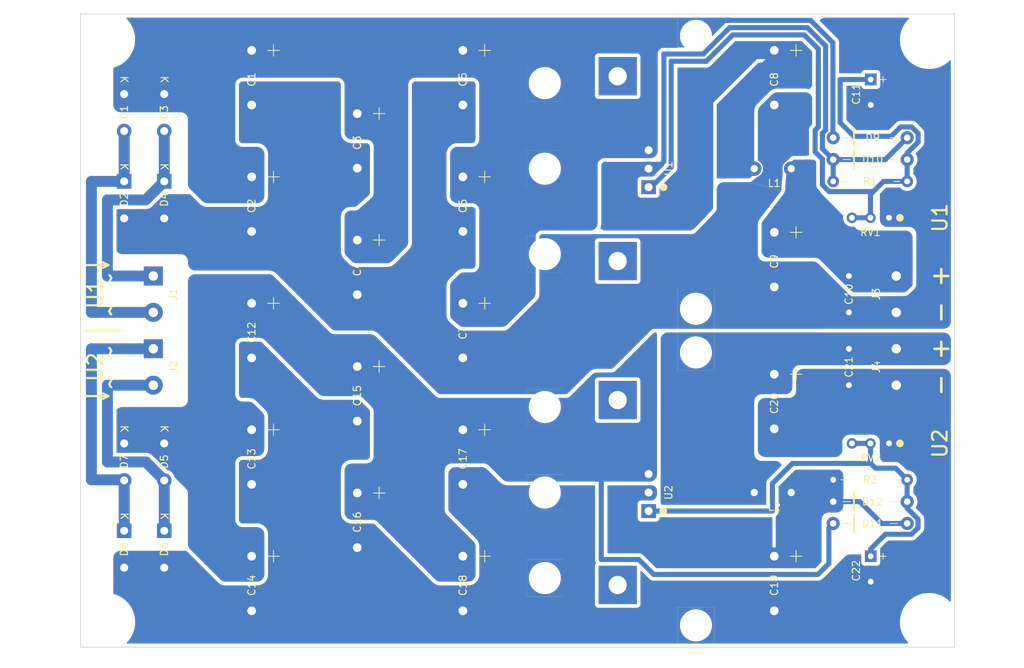
<source format=kicad_pcb>
(kicad_pcb (version 20211014) (generator pcbnew)
  (layers (0 "F.Cu" signal) (31 "B.Cu" signal) (34 "B.Paste" user) (35 "F.Paste" user) (36 "B.SilkS" user "B.Silkscreen") (37 "F.SilkS" user "F.Silkscreen") (38 "B.Mask" user) (39 "F.Mask" user) (44 "Edge.Cuts" user))
  (net 0 "")
  (net 1 "/pos1_u")
  (net 2 "/neg_1")
  (net 3 "/pos1_r")
  (net 4 "/pos1_f")
  (net 5 "/adj_1")
  (net 6 "/pos2_u")
  (net 7 "/neg2")
  (net 8 "/pos2_r")
  (net 9 "/pos2_f")
  (net 10 "/adj_2")
  (net 11 "/ac1_2")
  (net 12 "/ac1_1")
  (net 13 "/ac2_2")
  (net 14 "/ac2_1")
  (footprint "analoghifi:D_DO-41_SOD81_P10.16mm_Horizontal_minSilk" (layer "F.Cu") (at 163.34 80)
    (fp_text reference "D10")
    (fp_text value "1N4007")
  )
  (footprint "analoghifi:CP_Radial_Black_D16.2mm_H36mm_P7.50mm_minimal_silk" (layer "F.Cu") (at 112.5 82.375 -90)
    (fp_text reference "C6")
    (fp_text value "2200µF")
  )
  (footprint "Capacitor_THT:C_Rect_L7.2mm_W2.5mm_P5.00mm_FKS2_FKP2_MKS2_MKP2" (layer "F.Cu") (at 165.5 106 -90)
    (fp_text reference "C21")
    (fp_text value "100nF")
  )
  (footprint "analoghifi:TO-220-2_Vertical_noSilk" (layer "F.Cu") (at 71.5 83 -90)
    (fp_text reference "D4")
    (fp_text value "BYW29-200")
  )
  (footprint "analoghifi:Heatsink_Fischer_SK129-STS_42x25mm_2xDrill2.5mm_noSilk" (layer "F.Cu") (at 133.75 125.75 90)
    (fp_text reference "REF**" hide)
    (fp_text value "Heatsink_Fischer_SK129-STS_42x25mm_2xDrill2.5mm_noSilk")
  )
  (footprint "MountingHole:MountingHole_3.2mm_M3" (layer "F.Cu") (at 176.5 143.5)
    (fp_text reference "REF**" hide)
    (fp_text value "MountingHole_3.2mm_M3")
  )
  (footprint "analoghifi:TO-220-2_Vertical_noSilk" (layer "F.Cu") (at 71.5 71 -90)
    (fp_text reference "D3")
    (fp_text value "BYW29-200")
  )
  (footprint "analoghifi:TO-220-2_Vertical_noSilk" (layer "F.Cu") (at 66 131 -90)
    (fp_text reference "D8")
    (fp_text value "BYW29-200")
  )
  (footprint "analoghifi:D_DO-41_SOD81_P10.16mm_Horizontal_minSilk" (layer "F.Cu") (at 163.34 127)
    (fp_text reference "D12")
    (fp_text value "1N4007")
  )
  (footprint "analoghifi:CP_Radial_Black_D16.2mm_H36mm_P7.50mm_minimal_silk" (layer "F.Cu") (at 98 73.6875 -90)
    (fp_text reference "C3")
    (fp_text value "2200µF")
  )
  (footprint "analoghifi:CP_Radial_Black_D16.2mm_H36mm_P7.50mm_minimal_silk" (layer "F.Cu") (at 98 108.4375 -90)
    (fp_text reference "C15")
    (fp_text value "2200µF")
  )
  (footprint "Potentiometer_THT:Potentiometer_Bourns_3296W_Vertical" (layer "F.Cu") (at 171 88)
    (fp_text reference "RV1")
    (fp_text value "5kΩ")
  )
  (footprint "analoghifi:TerminalBlock_Phoenix_PT-1,5-2-5.0-H_1x02_P5.00mm_Horizontal_noSilk" (layer "F.Cu") (at 172 111 90)
    (fp_text reference "J4")
    (fp_text value "Screw_Terminal_01x02")
  )
  (footprint "MountingHole:MountingHole_4mm" (layer "F.Cu") (at 123.75 125.75)
    (fp_text reference "REF**" hide)
    (fp_text value "MountingHole_4mm")
  )
  (footprint "analoghifi:TerminalBlock_Phoenix_PT-1,5-2-5.0-H_1x02_P5.00mm_Horizontal_noSilk" (layer "F.Cu") (at 70 96 -90)
    (fp_text reference "J1")
    (fp_text value "Screw_Terminal_01x02")
  )
  (footprint "analoghifi:CP_Radial_Black_D8.2mm_H12.0mm_P3.50mm_minimal_silk" (layer "F.Cu") (at 168.5 134.5 -90)
    (fp_text reference "C22")
    (fp_text value "100µF/50V")
  )
  (footprint "analoghifi:L_Radial_D8mm_H10mm_P5.08mm_no_silk" (layer "F.Cu") (at 157.58 125.75 180)
    (fp_text reference "L2")
    (fp_text value "?? µH / ??Ω")
  )
  (footprint "analoghifi:CP_Radial_Black_D16.2mm_H36mm_P7.50mm_minimal_silk" (layer "F.Cu") (at 83.5 134.5 -90)
    (fp_text reference "C14")
    (fp_text value "2200µF")
  )
  (footprint "analoghifi:CP_Radial_Black_D16.2mm_H36mm_P7.50mm_minimal_silk" (layer "F.Cu") (at 155.25 109.5 -90)
    (fp_text reference "C20")
    (fp_text value "2200µF")
  )
  (footprint "analoghifi:TO-220-2_Vertical_noSilk" (layer "F.Cu") (at 71.5 131 -90)
    (fp_text reference "D6")
    (fp_text value "BYW29-200")
  )
  (footprint "MountingHole:MountingHole_4mm" (layer "F.Cu") (at 123.75 137.5)
    (fp_text reference "REF**" hide)
    (fp_text value "MountingHole_4mm")
  )
  (footprint "analoghifi:R_Axial_DIN0207_L6.3mm_D2.5mm_P10.16mm_Horizontal_minSilk" (layer "F.Cu") (at 163.34 83)
    (fp_text reference "R1")
    (fp_text value "200Ω")
  )
  (footprint "MountingHole:MountingHole_4mm" (layer "F.Cu") (at 144.5 106.5)
    (fp_text reference "REF**" hide)
    (fp_text value "MountingHole_4mm")
  )
  (footprint "Package_TO_SOT_THT:TO-220-3_Vertical" (layer "F.Cu") (at 138 83.79 90)
    (fp_text reference "U1")
    (fp_text value "LM338")
  )
  (footprint "MountingHole:MountingHole_4mm" (layer "F.Cu") (at 123.75 114)
    (fp_text reference "REF**" hide)
    (fp_text value "MountingHole_4mm")
  )
  (footprint "MountingHole:MountingHole_4mm" (layer "F.Cu") (at 144.5 144)
    (fp_text reference "REF**" hide)
    (fp_text value "MountingHole_4mm")
  )
  (footprint "analoghifi:CP_Radial_Black_D16.2mm_H36mm_P7.50mm_minimal_silk" (layer "F.Cu") (at 155.25 90 -90)
    (fp_text reference "C9")
    (fp_text value "2200µF")
  )
  (footprint "MountingHole:MountingHole_3.2mm_M3" (layer "F.Cu") (at 176.5 63.5)
    (fp_text reference "REF**" hide)
    (fp_text value "MountingHole_3.2mm_M3")
  )
  (footprint "analoghifi:CP_Radial_Black_D16.2mm_H36mm_P7.50mm_minimal_silk" (layer "F.Cu") (at 98 91.0625 -90)
    (fp_text reference "C4")
    (fp_text value "2200µF")
  )
  (footprint "analoghifi:R_Axial_DIN0207_L6.3mm_D2.5mm_P10.16mm_Horizontal_minSilk" (layer "F.Cu") (at 163.34 124)
    (fp_text reference "R2")
    (fp_text value "200Ω")
  )
  (footprint "Potentiometer_THT:Potentiometer_Bourns_3296W_Vertical" (layer "F.Cu") (at 171 119)
    (fp_text reference "RV2")
    (fp_text value "5kΩ")
  )
  (footprint "analoghifi:CP_Radial_Black_D16.2mm_H36mm_P7.50mm_minimal_silk" (layer "F.Cu") (at 112.5 117.125 -90)
    (fp_text reference "C17")
    (fp_text value "2200µF")
  )
  (footprint "MountingHole:MountingHole_3.2mm_M3" (layer "F.Cu") (at 63.5 63.5)
    (fp_text reference "REF**" hide)
    (fp_text value "MountingHole_3.2mm_M3")
  )
  (footprint "analoghifi:TO-220-2_Vertical_noSilk" (layer "F.Cu") (at 66 83 -90)
    (fp_text reference "D2")
    (fp_text value "BYW29-200")
  )
  (footprint "analoghifi:CP_Radial_Black_D16.2mm_H36mm_P7.50mm_minimal_silk" (layer "F.Cu") (at 83.5 65 -90)
    (fp_text reference "C1")
    (fp_text value "7x2200µF/50V=15400µF")
  )
  (footprint "analoghifi:TO-220-2_Vertical_noSilk" (layer "F.Cu") (at 71.5 119 -90)
    (fp_text reference "D5")
    (fp_text value "4xBYW29-200")
  )
  (footprint "analoghifi:L_Radial_D8mm_H10mm_P5.08mm_no_silk" (layer "F.Cu") (at 152.5 81.25)
    (fp_text reference "L1")
    (fp_text value "?? µH / ??Ω")
  )
  (footprint "analoghifi:CP_Radial_Black_D16.2mm_H36mm_P7.50mm_minimal_silk" (layer "F.Cu") (at 83.5 117.125 -90)
    (fp_text reference "C13")
    (fp_text value "2200µF")
  )
  (footprint "analoghifi:CP_Radial_Black_D16.2mm_H36mm_P7.50mm_minimal_silk" (layer "F.Cu") (at 155.25 65 -90)
    (fp_text reference "C8")
    (fp_text value "2200µF")
  )
  (footprint "analoghifi:Heatsink_Fischer_SK129-STS_42x25mm_2xDrill2.5mm_noSilk" (layer "F.Cu") (at 133.75 81.25 90)
    (fp_text reference "REF**" hide)
    (fp_text value "Heatsink_Fischer_SK129-STS_42x25mm_2xDrill2.5mm_noSilk")
  )
  (footprint "analoghifi:TerminalBlock_Phoenix_PT-1,5-2-5.0-H_1x02_P5.00mm_Horizontal_noSilk" (layer "F.Cu") (at 172 101 90)
    (fp_text reference "J3")
    (fp_text value "Screw_Terminal_01x02")
  )
  (footprint "analoghifi:CP_Radial_Black_D16.2mm_H36mm_P7.50mm_minimal_silk" (layer "F.Cu") (at 155.25 134.5 -90)
    (fp_text reference "C19")
    (fp_text value "2200µF")
  )
  (footprint "MountingHole:MountingHole_4mm" (layer "F.Cu") (at 123.75 81.25)
    (fp_text reference "REF**" hide)
    (fp_text value "MountingHole_4mm")
  )
  (footprint "analoghifi:CP_Radial_Black_D16.2mm_H36mm_P7.50mm_minimal_silk" (layer "F.Cu") (at 83.5 99.75 -90)
    (fp_text reference "C12")
    (fp_text value "7x2200µF/50V=15400µF")
  )
  (footprint "analoghifi:TO-220-2_Vertical_noSilk" (layer "F.Cu") (at 66 71 -90)
    (fp_text reference "D1")
    (fp_text value "4xBYW29-200")
  )
  (footprint "analoghifi:TerminalBlock_Phoenix_PT-1,5-2-5.0-H_1x02_P5.00mm_Horizontal_noSilk" (layer "F.Cu") (at 70 106 -90)
    (fp_text reference "J2")
    (fp_text value "Screw_Terminal_01x02")
  )
  (footprint "analoghifi:D_DO-41_SOD81_P10.16mm_Horizontal_minSilk" (layer "F.Cu") (at 163.34 77)
    (fp_text reference "D9")
    (fp_text value "1N4007")
  )
  (footprint "analoghifi:CP_Radial_Black_D16.2mm_H36mm_P7.50mm_minimal_silk" (layer "F.Cu") (at 112.5 65 -90)
    (fp_text reference "C5")
    (fp_text value "2200µF")
  )
  (footprint "MountingHole:MountingHole_4mm" (layer "F.Cu") (at 144.5 100.5)
    (fp_text reference "REF**" hide)
    (fp_text value "MountingHole_4mm")
  )
  (footprint "analoghifi:CP_Radial_Black_D8.2mm_H12.0mm_P3.50mm_minimal_silk" (layer "F.Cu") (at 168.5 69 -90)
    (fp_text reference "C11")
    (fp_text value "100µF/50V")
  )
  (footprint "MountingHole:MountingHole_3.2mm_M3" (layer "F.Cu") (at 63.5 143.5)
    (fp_text reference "REF**" hide)
    (fp_text value "MountingHole_3.2mm_M3")
  )
  (footprint "analoghifi:CP_Radial_Black_D16.2mm_H36mm_P7.50mm_minimal_silk" (layer "F.Cu") (at 112.5 99.75 -90)
    (fp_text reference "C7")
    (fp_text value "2200µF")
  )
  (footprint "analoghifi:CP_Radial_Black_D16.2mm_H36mm_P7.50mm_minimal_silk" (layer "F.Cu") (at 83.5 82.375 -90)
    (fp_text reference "C2")
    (fp_text value "2200µF")
  )
  (footprint "Capacitor_THT:C_Rect_L7.2mm_W2.5mm_P5.00mm_FKS2_FKP2_MKS2_MKP2" (layer "F.Cu") (at 165.5 96 -90)
    (fp_text reference "C10")
    (fp_text value "100nF")
  )
  (footprint "analoghifi:D_DO-41_SOD81_P10.16mm_Horizontal_minSilk" (layer "F.Cu") (at 163.34 130)
    (fp_text reference "D11")
    (fp_text value "1N4007")
  )
  (footprint "analoghifi:TO-220-2_Vertical_noSilk" (layer "F.Cu") (at 66 119 -90)
    (fp_text reference "D7")
    (fp_text value "BYW29-200")
  )
  (footprint "analoghifi:CP_Radial_Black_D16.2mm_H36mm_P7.50mm_minimal_silk" (layer "F.Cu") (at 98 125.8125 -90)
    (fp_text reference "C16")
    (fp_text value "2200µF")
  )
  (footprint "MountingHole:MountingHole_4mm" (layer "F.Cu") (at 144.5 63)
    (fp_text reference "REF**" hide)
    (fp_text value "MountingHole_4mm")
  )
  (footprint "MountingHole:MountingHole_4mm" (layer "F.Cu") (at 123.75 69.5)
    (fp_text reference "REF**" hide)
    (fp_text value "MountingHole_4mm")
  )
  (footprint "analoghifi:CP_Radial_Black_D16.2mm_H36mm_P7.50mm_minimal_silk" (layer "F.Cu") (at 112.5 134.5 -90)
    (fp_text reference "C18")
    (fp_text value "2200µF")
  )
  (footprint "MountingHole:MountingHole_4mm" (layer "F.Cu") (at 123.75 93)
    (fp_text reference "REF**" hide)
    (fp_text value "MountingHole_4mm")
  )
  (footprint "Package_TO_SOT_THT:TO-220-3_Vertical" (layer "F.Cu") (at 138 128.29 90)
    (fp_text reference "U2")
    (fp_text value "LM338")
  )
  (gr_circle (center 140.05 83.8) (end 140.5 83.8) (layer "F.SilkS") (width 0.15) (fill solid))
  (gr_circle (center 172.5 88) (end 172.95 88) (layer "F.SilkS") (width 0.15) (fill solid))
  (gr_circle (center 140 128.3) (end 140.45 128.3) (layer "F.SilkS") (width 0.15) (fill solid))
  (gr_line (start 179.5 103.5) (end 162 103.5) (layer "F.SilkS") (width 0.2))
  (gr_line (start 65.5 103.5) (end 60.5 103.5) (layer "F.SilkS") (width 0.3))
  (gr_circle (center 172.5 119) (end 172.95 119) (layer "F.SilkS") (width 0.15) (fill solid))
  (gr_line (start 180 60) (end 60 60) (layer "Edge.Cuts") (width 0.1))
  (gr_line (start 60 60) (end 60 147) (layer "Edge.Cuts") (width 0.1))
  (gr_line (start 180 147) (end 180 60) (layer "Edge.Cuts") (width 0.1))
  (gr_line (start 60 147) (end 180 147) (layer "Edge.Cuts") (width 0.1))
  (gr_text "U1" (at 178 88 90) (layer "F.SilkS") (effects (font (size 2 2) (thickness 0.3))))
  (gr_text "- +" (at 178 98.5 90) (layer "F.SilkS") (effects (font (size 2.5 2.5) (thickness 0.35))))
  (gr_text "- +" (at 178 108.5 90) (layer "F.SilkS") (effects (font (size 2.5 2.5) (thickness 0.35))))
  (gr_text " ~ " (at 64 106.5 90) (layer "F.SilkS") (effects (font (size 3 3) (thickness 0.3))))
  (gr_text " ~ " (at 64 100.5 90) (layer "F.SilkS") (effects (font (size 3 3) (thickness 0.3))))
  (gr_text "↓" (at 62 112.5 90) (layer "F.SilkS") (effects (font (size 4 2) (thickness 0.3))))
  (gr_text "U2" (at 62 108.5 90) (layer "F.SilkS") (effects (font (size 2 2) (thickness 0.3))))
  (gr_text "U2" (at 178 119.005 90) (layer "F.SilkS") (effects (font (size 2 2) (thickness 0.3))))
  (gr_text " ~ " (at 64 110.5 90) (layer "F.SilkS") (effects (font (size 3 3) (thickness 0.3))))
  (gr_text "↓" (at 62 94.5 90) (layer "F.SilkS") (effects (font (size 4 2) (thickness 0.3))))
  (gr_text " ~ " (at 64 96.5 90) (layer "F.SilkS") (effects (font (size 3 3) (thickness 0.3))))
  (gr_text "U1" (at 62 98.5 90) (layer "F.SilkS") (effects (font (size 2 2) (thickness 0.3))))
  (segment (start 163.3 63.95) (end 163.3 77) (width 0.7) (layer "B.Cu") (net 1))
  (segment (start 160.225 60.875) (end 163.3 63.95) (width 0.7) (layer "B.Cu") (net 1))
  (segment (start 148.73 60.875) (end 160.225 60.875) (width 0.7) (layer "B.Cu") (net 1))
  (segment (start 161.865 78.525) (end 163.34 80) (width 0.7) (layer "B.Cu") (net 3))
  (segment (start 161.865 76.389034) (end 161.865 78.525) (width 0.7) (layer "B.Cu") (net 3))
  (segment (start 140.1 65.5) (end 145.5 65.5) (width 0.7) (layer "B.Cu") (net 3))
  (segment (start 163.34 80) (end 163.34 83) (width 0.7) (layer "B.Cu") (net 3))
  (segment (start 139.12 81.25) (end 140.1 80.27) (width 0.7) (layer "B.Cu") (net 3))
  (segment (start 159.8 61.875) (end 162.3 64.375) (width 0.7) (layer "B.Cu") (net 3))
  (segment (start 140.1 80.27) (end 140.1 65.5) (width 0.7) (layer "B.Cu") (net 3))
  (segment (start 162.3 64.375) (end 162.3 75.954034) (width 0.7) (layer "B.Cu") (net 3))
  (segment (start 162.3 75.954034) (end 161.865 76.389034) (width 0.7) (layer "B.Cu") (net 3))
  (segment (start 138 81.25) (end 139.12 81.25) (width 0.7) (layer "B.Cu") (net 3))
  (segment (start 163.25 80) (end 163.34 80) (width 0.7) (layer "B.Cu") (net 3))
  (segment (start 149.125 61.875) (end 159.8 61.875) (width 0.7) (layer "B.Cu") (net 3))
  (segment (start 170.5 80) (end 163.34 80) (width 0.7) (layer "B.Cu") (net 3))
  (segment (start 145.5 65.5) (end 149.125 61.875) (width 0.7) (layer "B.Cu") (net 3))
  (segment (start 173.5 77) (end 170.5 80) (width 0.7) (layer "B.Cu") (net 3))
  (segment (start 168.46 88) (end 165.92 88) (width 0.7) (layer "B.Cu") (net 5))
  (segment (start 141.1 66.5) (end 145.92 66.5) (width 0.7) (layer "B.Cu") (net 5))
  (segment (start 164.3 69) (end 168.5 69) (width 0.7) (layer "B.Cu") (net 5))
  (segment (start 173.5 83) (end 173.5 80) (width 0.7) (layer "B.Cu") (net 5))
  (segment (start 138 83.79) (end 138.36 83.79) (width 0.7) (layer "B.Cu") (net 5))
  (segment (start 161.86 79.94) (end 161.86 83.47) (width 0.7) (layer "B.Cu") (net 5))
  (segment (start 168.46 88) (end 168.46 84.79) (width 0.7) (layer "B.Cu") (net 5))
  (segment (start 161.3 75.525) (end 160.865 75.96) (width 0.7) (layer "B.Cu") (net 5))
  (segment (start 162.79 84.4) (end 168.65 84.4) (width 0.7) (layer "B.Cu") (net 5))
  (segment (start 175 76.4) (end 175 77.59) (width 0.7) (layer "B.Cu") (net 5))
  (segment (start 161.3 64.8) (end 161.3 75.525) (width 0.7) (layer "B.Cu") (net 5))
  (segment (start 166.175 76.8) (end 171.325 76.8) (width 0.7) (layer "B.Cu") (net 5))
  (segment (start 145.92 66.5) (end 149.545 62.875) (width 0.7) (layer "B.Cu") (net 5))
  (segment (start 170.25 83) (end 173.5 83) (width 0.7) (layer "B.Cu") (net 5))
  (segment (start 171.325 76.8) (end 172.605 75.52) (width 0.7) (layer "B.Cu") (net 5))
  (segment (start 168.46 84.79) (end 168.75 84.5) (width 0.7) (layer "B.Cu") (net 5))
  (segment (start 161.86 83.47) (end 162.79 84.4) (width 0.7) (layer "B.Cu") (net 5))
  (segment (start 160.865 78.945) (end 161.86 79.94) (width 0.7) (layer "B.Cu") (net 5))
  (segment (start 172.605 75.52) (end 174.12 75.52) (width 0.7) (layer "B.Cu") (net 5))
  (segment (start 168.75 84.5) (end 170.25 83) (width 0.7) (layer "B.Cu") (net 5))
  (segment (start 164.3 69) (end 164.3 74.925) (width 0.7) (layer "B.Cu") (net 5))
  (segment (start 160.865 75.96) (end 160.865 78.945) (width 0.7) (layer "B.Cu") (net 5))
  (segment (start 141.1 81.1) (end 141.1 66.5) (width 0.7) (layer "B.Cu") (net 5))
  (segment (start 149.545 62.875) (end 159.375 62.875) (width 0.7) (layer "B.Cu") (net 5))
  (segment (start 175 77.59) (end 173.5 79.09) (width 0.7) (layer "B.Cu") (net 5))
  (segment (start 174.12 75.52) (end 175 76.4) (width 0.7) (layer "B.Cu") (net 5))
  (segment (start 138.36 83.79) (end 141.05 81.1) (width 0.7) (layer "B.Cu") (net 5))
  (segment (start 164.3 74.925) (end 166.175 76.8) (width 0.7) (layer "B.Cu") (net 5))
  (segment (start 159.375 62.875) (end 161.3 64.8) (width 0.7) (layer "B.Cu") (net 5))
  (segment (start 168.65 84.4) (end 168.75 84.5) (width 0.7) (layer "B.Cu") (net 5))
  (segment (start 173.5 79.09) (end 173.5 80) (width 0.7) (layer "B.Cu") (net 5))
  (segment (start 131.5 134.95) (end 136.65 134.95) (width 0.7) (layer "B.Cu") (net 6))
  (segment (start 131.5 123.5) (end 131.5 134.95) (width 0.7) (layer "B.Cu") (net 6))
  (segment (start 136.65 134.95) (end 138.7 137) (width 0.7) (layer "B.Cu") (net 6))
  (segment (start 162.75 135.5) (end 162.75 130.59) (width 0.7) (layer "B.Cu") (net 6))
  (segment (start 162.75 130.59) (end 163.34 130) (width 0.7) (layer "B.Cu") (net 6))
  (segment (start 138.7 137) (end 161.25 137) (width 0.7) (layer "B.Cu") (net 6))
  (segment (start 161.25 137) (end 162.75 135.5) (width 0.7) (layer "B.Cu") (net 6))
  (segment (start 163.34 127) (end 167 127) (width 0.7) (layer "B.Cu") (net 8))
  (segment (start 170 130) (end 173.5 130) (width 0.7) (layer "B.Cu") (net 8))
  (segment (start 167 127) (end 170 130) (width 0.7) (layer "B.Cu") (net 8))
  (segment (start 174.11 131.48) (end 170.52 131.48) (width 0.7) (layer "B.Cu") (net 10))
  (segment (start 173.5 127.914034) (end 174.99 129.404034) (width 0.7) (layer "B.Cu") (net 10))
  (segment (start 168.5 133.5) (end 168.5 134.5) (width 0.7) (layer "B.Cu") (net 10))
  (segment (start 168.5 121.75) (end 157.75 121.75) (width 0.7) (layer "B.Cu") (net 10))
  (segment (start 155 128.29) (end 138 128.29) (width 0.7) (layer "B.Cu") (net 10))
  (segment (start 173.5 127) (end 173.5 127.914034) (width 0.7) (layer "B.Cu") (net 10))
  (segment (start 165.92 119) (end 168.46 119) (width 0.7) (layer "B.Cu") (net 10))
  (segment (start 155 124.5) (end 155 128.25) (width 0.7) (layer "B.Cu") (net 10))
  (segment (start 171.9 122.4) (end 169.15 122.4) (width 0.7) (layer "B.Cu") (net 10))
  (segment (start 174.99 129.404034) (end 174.99 130.6) (width 0.7) (layer "B.Cu") (net 10))
  (segment (start 168.46 119) (end 168.46 121.71) (width 0.7) (layer "B.Cu") (net 10))
  (segment (start 173.5 124) (end 171.9 122.4) (width 0.7) (layer "B.Cu") (net 10))
  (segment (start 174.99 130.6) (end 174.11 131.48) (width 0.7) (layer "B.Cu") (net 10))
  (segment (start 173.5 124) (end 173.5 127) (width 0.7) (layer "B.Cu") (net 10))
  (segment (start 169.15 122.4) (end 168.5 121.75) (width 0.7) (layer "B.Cu") (net 10))
  (segment (start 157.75 121.75) (end 155 124.5) (width 0.7) (layer "B.Cu") (net 10))
  (segment (start 170.52 131.48) (end 168.5 133.5) (width 0.7) (layer "B.Cu") (net 10))
  (segment (start 66 82.92) (end 66 76.08) (width 1.5) (layer "B.Cu") (net 11))
  (segment (start 61.5 83) (end 66 83) (width 1.5) (layer "B.Cu") (net 11))
  (segment (start 70 101) (end 61.5 101) (width 1.5) (layer "B.Cu") (net 11))
  (segment (start 61.5 101) (end 61.5 83) (width 1.5) (layer "B.Cu") (net 11))
  (segment (start 71.5 76.08) (end 71.5 82.92) (width 1.5) (layer "B.Cu") (net 12))
  (segment (start 63.7 96) (end 63.7 85.55) (width 1.5) (layer "B.Cu") (net 12))
  (segment (start 68.95 85.55) (end 71.5 83) (width 1.5) (layer "B.Cu") (net 12))
  (segment (start 71.5 83) (end 71.5 82.92) (width 1.5) (layer "B.Cu") (net 12))
  (segment (start 70 96) (end 63.7 96) (width 1.5) (layer "B.Cu") (net 12))
  (segment (start 63.7 85.55) (end 68.95 85.55) (width 1.5) (layer "B.Cu") (net 12))
  (segment (start 63.7 121.55) (end 68.97 121.55) (width 1.5) (layer "B.Cu") (net 13))
  (segment (start 71.5 124.08) (end 71.5 130.92) (width 1.5) (layer "B.Cu") (net 13))
  (segment (start 63.7 111) (end 63.7 121.55) (width 1.5) (layer "B.Cu") (net 13))
  (segment (start 70 111) (end 63.7 111) (width 1.5) (layer "B.Cu") (net 13))
  (segment (start 68.97 121.55) (end 71.5 124.08) (width 1.5) (layer "B.Cu") (net 13))
  (segment (start 70 106) (end 61.5 106) (width 1.5) (layer "B.Cu") (net 14))
  (segment (start 61.5 124) (end 66 124) (width 1.5) (layer "B.Cu") (net 14))
  (segment (start 61.5 106) (end 61.5 124) (width 1.5) (layer "B.Cu") (net 14))
  (segment (start 66 124) (end 66 130.92) (width 1.5) (layer "B.Cu") (net 14))
  (zone (net 0) (net_name "") (layer "B.Cu") (connect_pads yes (clearance 0)) (min_thickness 0.254)
    (keepout (tracks allowed) (vias allowed) (pads allowed) (copperpour not_allowed) (footprints allowed))
    (fill (thermal_gap 0.508) (thermal_bridge_width 0.508))
    (polygon (pts (xy 155.45 133.4) (xy 155 133.4) (xy 155 129.1) (xy 155.45 129.1)))
  )
  (zone (net 7) (net_name "/neg2") (layer "B.Cu") (priority 10) (connect_pads yes (clearance 0.1)) (min_thickness 0.0254) (fill yes (thermal_gap 0.508) (thermal_bridge_width 0.508))
    (polygon (pts (xy 147 146.5) (xy 142 146.5) (xy 142 141.5) (xy 147 141.5)))
  )
  (zone (net 8) (net_name "/pos2_r") (layer "B.Cu") (connect_pads yes (clearance 0.5)) (min_thickness 0.2) (fill yes (thermal_gap 0.35) (thermal_bridge_width 0.65) (smoothing fillet) (radius 1))
    (polygon (pts (xy 164.75 128.5) (xy 161.75 128.5) (xy 161.75 136.5) (xy 131.75 136.5) (xy 131.75 124.55) (xy 136.75 124.55) (xy 137.25 124.55) (xy 138.05 124.55) (xy 138.281681 124.644779) (xy 139.15 125) (xy 139.15 126.9) (xy 136.5 126.9) (xy 136.5 128.55) (xy 155.5 128.55) (xy 155.5 125.25) (xy 158.25 122.5) (xy 164.75 122.5)))
  )
  (zone (net 0) (net_name "") (layer "B.Cu") (connect_pads yes (clearance 0)) (min_thickness 0.254)
    (keepout (tracks allowed) (vias allowed) (pads allowed) (copperpour not_allowed) (footprints allowed))
    (fill (thermal_gap 0.508) (thermal_bridge_width 0.508))
    (polygon (pts (xy 153.57 66.68) (xy 153.08 66.68) (xy 147.35 72.41) (xy 146.88 72.2) (xy 152.9 66.2) (xy 154.05 66.2)))
  )
  (zone (net 2) (net_name "/neg_1") (layer "B.Cu") (priority 5) (connect_pads yes (clearance 0.1)) (min_thickness 0.2) (fill yes (thermal_gap 0.35) (thermal_bridge_width 0.65))
    (polygon (pts (xy 156.6 80.559513) (xy 156.4 81.3) (xy 156.4 82.1) (xy 156.3 83) (xy 156.25 83.75) (xy 156 84.3) (xy 152 83.1) (xy 153 82.3) (xy 153 79.5) (xy 157.7 79.5)))
  )
  (zone (net 1) (net_name "/pos1_u") (layer "B.Cu") (priority 10) (connect_pads yes (clearance 0.1)) (min_thickness 0.0254) (fill yes (thermal_gap 0.508) (thermal_bridge_width 0.508))
    (polygon (pts (xy 122.5 95.5) (xy 121.25 95.5) (xy 121.25 90.5) (xy 122.5 90.5)))
  )
  (zone (net 6) (net_name "/pos2_u") (layer "B.Cu") (priority 5) (connect_pads yes (clearance 0.5)) (min_thickness 0.2) (fill yes (thermal_gap 0.35) (thermal_bridge_width 0.65) (smoothing fillet) (radius 1))
    (polygon (pts (xy 94.5 104) (xy 100.25 104) (xy 109 112.75) (xy 127 112.75) (xy 130.5 109.25) (xy 133.25 109.25) (xy 138.75 103.75) (xy 139.15 103.75) (xy 139.15 124.25) (xy 118.25 124.25) (xy 115.75 121.75) (xy 110 121.75) (xy 110 128.5) (xy 114.25 132.75) (xy 114.25 138) (xy 109 138) (xy 100.5 129.5) (xy 96.25 129.5) (xy 96.25 121.75) (xy 100.25 121.75) (xy 100.25 114.25) (xy 98.5 112.5) (xy 93 112.5) (xy 85 104.5) (xy 81.25 104.5) (xy 81.25 113.25) (xy 83.5 113.25) (xy 85.25 115) (xy 85.25 120.75) (xy 81.25 120.75) (xy 81.25 130.5) (xy 85.25 130.5) (xy 85.25 138) (xy 79.5 138) (xy 74.75 133.25) (xy 74.75 125.5) (xy 70 120.75) (xy 64.75 120.75) (xy 64.75 114) (xy 70.5 114) (xy 74.75 114) (xy 74.75 95.75) (xy 86.25 95.75)))
  )
  (zone (net 0) (net_name "") (layer "B.Cu") (connect_pads yes (clearance 0)) (min_thickness 0.254)
    (keepout (tracks allowed) (vias allowed) (pads allowed) (copperpour not_allowed) (footprints allowed))
    (fill (thermal_gap 0.508) (thermal_bridge_width 0.508))
    (polygon (pts (xy 147.35 84) (xy 146.88 84) (xy 146.88 72.2) (xy 147.35 72.2)))
  )
  (zone (net 0) (net_name "") (layer "B.Cu") (connect_pads yes (clearance 0)) (min_thickness 0.0254)
    (keepout (tracks allowed) (vias not_allowed) (pads allowed) (copperpour not_allowed) (footprints allowed))
    (fill (thermal_gap 0.508) (thermal_bridge_width 0.508))
    (polygon (pts (xy 180.509258 63.555916) (xy 180.490145 63.165114) (xy 180.432987 62.778042) (xy 180.33833 62.398395) (xy 180.207078 62.029796) (xy 180.040484 61.675765) (xy 179.840137 61.33968) (xy 179.60795 61.02475) (xy 179.34614 60.73398) (xy 179.057205 60.470146) (xy 178.743903 60.235766) (xy 178.409225 60.033078) (xy 178.056366 59.864016) (xy 177.688693 59.730194) (xy 177.309716 59.63289) (xy 176.923052 59.573031) (xy 176.532393 59.55119) (xy 176.141466 59.567574) (xy 175.754005 59.622028) (xy 175.373706 59.714032) (xy 175.004201 59.842708) (xy 174.649015 60.006827) (xy 174.31154 60.204822) (xy 173.994996 60.434805) (xy 173.702405 60.694579) (xy 173.436561 60.981665) (xy 173.2 61.293323) (xy 172.99498 61.626577) (xy 172.823459 61.978248) (xy 172.687073 62.344978) (xy 172.587125 62.723266) (xy 172.524568 63.109503) (xy 172.5 63.5) (xy 172.513655 63.891031) (xy 172.565403 64.278863) (xy 172.65475 64.659795) (xy 172.780843 65.03019) (xy 172.942478 65.386513) (xy 173.138113 65.725362) (xy 173.36588 66.043504) (xy 173.623605 66.337901) (xy 173.908828 66.605743) (xy 174.218827 66.844474) (xy 174.550642 67.051815) (xy 174.901107 67.225787) (xy 175.266875 67.36473) (xy 175.644457 67.467317) (xy 176.030247 67.532568) (xy 176.420563 67.559862) (xy 176.81168 67.548937) (xy 177.199864 67.499898) (xy 177.581411 67.413213) (xy 177.952677 67.289709) (xy 178.310119 67.130565) (xy 178.650326 66.937301) (xy 178.97005 66.71176) (xy 179.266239 66.456097) (xy 179.536066 66.172751) (xy 179.776956 65.864426) (xy 179.986608 65.534066) (xy 180.163023 65.184825) (xy 180.304515 64.820035) (xy 180.409736 64.443179) (xy 180.477679 64.057854) (xy 180.507697 63.667737)))
  )
  (zone (net 0) (net_name "") (layer "B.Cu") (connect_pads yes (clearance 0)) (min_thickness 0.0254)
    (keepout (tracks allowed) (vias not_allowed) (pads allowed) (copperpour not_allowed) (footprints allowed))
    (fill (thermal_gap 0.508) (thermal_bridge_width 0.508))
    (polygon (pts (xy 67.509258 143.555916) (xy 67.490145 143.165114) (xy 67.432987 142.778042) (xy 67.33833 142.398395) (xy 67.207078 142.029796) (xy 67.040484 141.675765) (xy 66.840137 141.33968) (xy 66.60795 141.02475) (xy 66.34614 140.73398) (xy 66.057205 140.470146) (xy 65.743903 140.235766) (xy 65.409225 140.033078) (xy 65.056366 139.864016) (xy 64.688693 139.730194) (xy 64.309716 139.63289) (xy 63.923052 139.573031) (xy 63.532393 139.55119) (xy 63.141466 139.567574) (xy 62.754005 139.622028) (xy 62.373706 139.714032) (xy 62.004201 139.842708) (xy 61.649015 140.006827) (xy 61.31154 140.204822) (xy 60.994996 140.434805) (xy 60.702405 140.694579) (xy 60.436561 140.981665) (xy 60.2 141.293323) (xy 59.99498 141.626577) (xy 59.823459 141.978248) (xy 59.687073 142.344978) (xy 59.587125 142.723266) (xy 59.524568 143.109503) (xy 59.5 143.5) (xy 59.513655 143.891031) (xy 59.565403 144.278863) (xy 59.65475 144.659795) (xy 59.780843 145.03019) (xy 59.942478 145.386513) (xy 60.138113 145.725362) (xy 60.36588 146.043504) (xy 60.623605 146.337901) (xy 60.908828 146.605743) (xy 61.218827 146.844474) (xy 61.550642 147.051815) (xy 61.901107 147.225787) (xy 62.266875 147.36473) (xy 62.644457 147.467317) (xy 63.030247 147.532568) (xy 63.420563 147.559862) (xy 63.81168 147.548937) (xy 64.199864 147.499898) (xy 64.581411 147.413213) (xy 64.952677 147.289709) (xy 65.310119 147.130565) (xy 65.650326 146.937301) (xy 65.97005 146.71176) (xy 66.266239 146.456097) (xy 66.536066 146.172751) (xy 66.776956 145.864426) (xy 66.986608 145.534066) (xy 67.163023 145.184825) (xy 67.304515 144.820035) (xy 67.409736 144.443179) (xy 67.477679 144.057854) (xy 67.507697 143.667737)))
  )
  (zone (net 0) (net_name "") (layer "B.Cu") (connect_pads yes (clearance 0)) (min_thickness 0.0254)
    (keepout (tracks allowed) (vias not_allowed) (pads allowed) (copperpour not_allowed) (footprints allowed))
    (fill (thermal_gap 0.508) (thermal_bridge_width 0.508))
    (polygon (pts (xy 180.509258 143.555916) (xy 180.490145 143.165114) (xy 180.432987 142.778042) (xy 180.33833 142.398395) (xy 180.207078 142.029796) (xy 180.040484 141.675765) (xy 179.840137 141.33968) (xy 179.60795 141.02475) (xy 179.34614 140.73398) (xy 179.057205 140.470146) (xy 178.743903 140.235766) (xy 178.409225 140.033078) (xy 178.056366 139.864016) (xy 177.688693 139.730194) (xy 177.309716 139.63289) (xy 176.923052 139.573031) (xy 176.532393 139.55119) (xy 176.141466 139.567574) (xy 175.754005 139.622028) (xy 175.373706 139.714032) (xy 175.004201 139.842708) (xy 174.649015 140.006827) (xy 174.31154 140.204822) (xy 173.994996 140.434805) (xy 173.702405 140.694579) (xy 173.436561 140.981665) (xy 173.2 141.293323) (xy 172.99498 141.626577) (xy 172.823459 141.978248) (xy 172.687073 142.344978) (xy 172.587125 142.723266) (xy 172.524568 143.109503) (xy 172.5 143.5) (xy 172.513655 143.891031) (xy 172.565403 144.278863) (xy 172.65475 144.659795) (xy 172.780843 145.03019) (xy 172.942478 145.386513) (xy 173.138113 145.725362) (xy 173.36588 146.043504) (xy 173.623605 146.337901) (xy 173.908828 146.605743) (xy 174.218827 146.844474) (xy 174.550642 147.051815) (xy 174.901107 147.225787) (xy 175.266875 147.36473) (xy 175.644457 147.467317) (xy 176.030247 147.532568) (xy 176.420563 147.559862) (xy 176.81168 147.548937) (xy 177.199864 147.499898) (xy 177.581411 147.413213) (xy 177.952677 147.289709) (xy 178.310119 147.130565) (xy 178.650326 146.937301) (xy 178.97005 146.71176) (xy 179.266239 146.456097) (xy 179.536066 146.172751) (xy 179.776956 145.864426) (xy 179.986608 145.534066) (xy 180.163023 145.184825) (xy 180.304515 144.820035) (xy 180.409736 144.443179) (xy 180.477679 144.057854) (xy 180.507697 143.667737)))
  )
  (zone (net 1) (net_name "/pos1_u") (layer "B.Cu") (priority 10) (connect_pads yes (clearance 0.1)) (min_thickness 0.0254) (fill yes (thermal_gap 0.508) (thermal_bridge_width 0.508))
    (polygon (pts (xy 126.25 83.75) (xy 121.25 83.75) (xy 121.25 78.75) (xy 126.25 78.75)))
  )
  (zone (net 6) (net_name "/pos2_u") (layer "B.Cu") (priority 10) (connect_pads yes (clearance 0.1)) (min_thickness 0.0254) (fill yes (thermal_gap 0.508) (thermal_bridge_width 0.508))
    (polygon (pts (xy 126.25 124.25) (xy 121.25 124.25) (xy 121.25 123.25) (xy 126.25 123.25)))
  )
  (zone (net 7) (net_name "/neg2") (layer "B.Cu") (priority 10) (connect_pads yes (clearance 0.1)) (min_thickness 0.0254) (fill yes (thermal_gap 0.508) (thermal_bridge_width 0.508))
    (polygon (pts (xy 126.25 128.25) (xy 121.25 128.25) (xy 121.25 124.75) (xy 126.25 124.75)))
  )
  (zone (net 1) (net_name "/pos1_u") (layer "B.Cu") (priority 10) (connect_pads yes (clearance 0.1)) (min_thickness 0.0254) (fill yes (thermal_gap 0.508) (thermal_bridge_width 0.508))
    (polygon (pts (xy 126.25 72) (xy 121.25 72) (xy 121.25 67) (xy 126.25 67)))
  )
  (zone (net 2) (net_name "/neg_1") (layer "B.Cu") (priority 10) (connect_pads yes (clearance 0.1)) (min_thickness 0.0254) (fill yes (thermal_gap 0.508) (thermal_bridge_width 0.508))
    (polygon (pts (xy 126.25 95.5) (xy 123 95.5) (xy 123 90.5) (xy 123.25 90.25) (xy 126.25 90.25)))
  )
  (zone (net 0) (net_name "") (layer "B.Cu") (connect_pads yes (clearance 0)) (min_thickness 0.0254)
    (keepout (tracks allowed) (vias not_allowed) (pads allowed) (copperpour not_allowed) (footprints allowed))
    (fill (thermal_gap 0.508) (thermal_bridge_width 0.508))
    (polygon (pts (xy 67.504824 63.5) (xy 67.485711 63.109198) (xy 67.428553 62.722126) (xy 67.333896 62.342479) (xy 67.202644 61.97388) (xy 67.03605 61.619849) (xy 66.835703 61.283764) (xy 66.603516 60.968834) (xy 66.341706 60.678064) (xy 66.052771 60.41423) (xy 65.739469 60.17985) (xy 65.404791 59.977162) (xy 65.051932 59.8081) (xy 64.684259 59.674278) (xy 64.305282 59.576974) (xy 63.918618 59.517115) (xy 63.527959 59.495274) (xy 63.137032 59.511658) (xy 62.749571 59.566112) (xy 62.369272 59.658116) (xy 61.999767 59.786792) (xy 61.644581 59.950911) (xy 61.307106 60.148906) (xy 60.990562 60.378889) (xy 60.697971 60.638663) (xy 60.432127 60.925749) (xy 60.195566 61.237407) (xy 59.990546 61.570661) (xy 59.819025 61.922332) (xy 59.682639 62.289062) (xy 59.582691 62.66735) (xy 59.520134 63.053587) (xy 59.495566 63.444084) (xy 59.509221 63.835115) (xy 59.560969 64.222947) (xy 59.650316 64.603879) (xy 59.776409 64.974274) (xy 59.938044 65.330597) (xy 60.133679 65.669446) (xy 60.361446 65.987588) (xy 60.619171 66.281985) (xy 60.904394 66.549827) (xy 61.214393 66.788558) (xy 61.546208 66.995899) (xy 61.896673 67.169871) (xy 62.262441 67.308814) (xy 62.640023 67.411401) (xy 63.025813 67.476652) (xy 63.416129 67.503946) (xy 63.807246 67.493021) (xy 64.19543 67.443982) (xy 64.576977 67.357297) (xy 64.948243 67.233793) (xy 65.305685 67.074649) (xy 65.645892 66.881385) (xy 65.965616 66.655844) (xy 66.261805 66.400181) (xy 66.531632 66.116835) (xy 66.772522 65.80851) (xy 66.982174 65.47815) (xy 67.158589 65.128909) (xy 67.300081 64.764119) (xy 67.405302 64.387263) (xy 67.473245 64.001938) (xy 67.503263 63.611821)))
  )
  (zone (net 9) (net_name "/pos2_f") (layer "B.Cu") (priority 10) (connect_pads yes (clearance 0.1)) (min_thickness 0.0254) (fill yes (thermal_gap 0.508) (thermal_bridge_width 0.508))
    (polygon (pts (xy 147 109) (xy 142 109) (xy 142 103.75) (xy 147 103.75)))
  )
  (zone (net 4) (net_name "/pos1_f") (layer "B.Cu") (priority 3) (connect_pads yes (clearance 0.5)) (min_thickness 0.2) (fill yes (thermal_gap 0.35) (thermal_bridge_width 0.65) (smoothing fillet) (radius 1))
    (polygon (pts (xy 161.5 80) (xy 161.5 84.45) (xy 166.75 89.75) (xy 174.25 89.75) (xy 174.25 98.25) (xy 166 98.25) (xy 161.25 93.5) (xy 153.5 93.5) (xy 153.5 88.5) (xy 156.75 84.25) (xy 156.75 80)))
  )
  (zone (net 2) (net_name "/neg_1") (layer "B.Cu") (priority 4) (connect_pads yes (clearance 0.5)) (min_thickness 0.2) (fill yes (thermal_gap 0.35) (thermal_bridge_width 0.65) (smoothing fillet) (radius 1))
    (polygon (pts (xy 179.5 103.25) (xy 138.75 103.25) (xy 133 109) (xy 130.25 109) (xy 126.75 112.5) (xy 109 112.5) (xy 100.5 104) (xy 94.5 104) (xy 85.75 95.25) (xy 74.75 95.25) (xy 74.75 93) (xy 72.5 93) (xy 64.75 93) (xy 64.75 86.5) (xy 69.75 86.5) (xy 71.5 84.75) (xy 75.75 84.75) (xy 77.25 86.25) (xy 85.25 86.25) (xy 85.25 78.25) (xy 81.5 78.25) (xy 81.5 69) (xy 114.5 69) (xy 114.5 103.5) (xy 118.5 103.5) (xy 123 99) (xy 123 90.25) (xy 144.25 90.25) (xy 147.35 87) (xy 147.35 83.1) (xy 153 83.1) (xy 153 73) (xy 155.25 70.75) (xy 160.5 70.75) (xy 160.500009 79.5) (xy 157.50715 79.500102) (xy 156.25 80.5) (xy 156.25 84.25) (xy 153 88.5) (xy 153 94) (xy 161 94) (xy 165.79912 98.800003) (xy 173.5 98.75) (xy 174.75 97.5) (xy 174.75 89.25) (xy 169.75 89.25) (xy 169.75 83.75) (xy 174.25 83.75) (xy 174.25 76.75) (xy 163.75 76.75) (xy 163.75 64.25) (xy 159.75 60.5) (xy 179.5 60.5)))
  )
  (zone (net 1) (net_name "/pos1_u") (layer "B.Cu") (priority 10) (connect_pads yes (clearance 0.1)) (min_thickness 0.0254) (fill yes (thermal_gap 0.508) (thermal_bridge_width 0.508))
    (polygon (pts (xy 149.3 61.25) (xy 148.55 61.25) (xy 145.2 64.6) (xy 142 64.6) (xy 142 60.5) (xy 149.3 60.5)))
  )
  (zone (net 2) (net_name "/neg_1") (layer "B.Cu") (priority 10) (connect_pads yes (clearance 0.1)) (min_thickness 0.0254) (fill yes (thermal_gap 0.508) (thermal_bridge_width 0.508))
    (polygon (pts (xy 126.25 112.25) (xy 121.25 112.25) (xy 121.25 111.5) (xy 126.25 111.5)))
  )
  (zone (net 6) (net_name "/pos2_u") (layer "B.Cu") (priority 10) (connect_pads yes (clearance 0.1)) (min_thickness 0.0254) (fill yes (thermal_gap 0.508) (thermal_bridge_width 0.508))
    (polygon (pts (xy 126.25 116.5) (xy 121.25 116.5) (xy 121.25 112.75) (xy 126.25 112.75)))
  )
  (zone (net 2) (net_name "/neg_1") (layer "B.Cu") (priority 10) (connect_pads yes (clearance 0.1)) (min_thickness 0.0254) (fill yes (thermal_gap 0.508) (thermal_bridge_width 0.508))
    (polygon (pts (xy 147 103.25) (xy 142 103.25) (xy 142 97.75) (xy 147 97.75)))
  )
  (zone (net 0) (net_name "") (layer "B.Cu") (connect_pads yes (clearance 0)) (min_thickness 0.254)
    (keepout (tracks allowed) (vias allowed) (pads allowed) (copperpour not_allowed) (footprints allowed))
    (fill (thermal_gap 0.508) (thermal_bridge_width 0.508))
    (polygon (pts (xy 148.4 82.85) (xy 147.1 82.85) (xy 147.1 82.6) (xy 148.4 82.6)))
  )
  (zone (net 7) (net_name "/neg2") (layer "B.Cu") (priority 4) (connect_pads yes (clearance 0.5)) (min_thickness 0.2) (fill yes (thermal_gap 0.35) (thermal_bridge_width 0.65) (smoothing fillet) (radius 1))
    (polygon (pts (xy 92.75 112.75) (xy 98.25 112.75) (xy 100 114.5) (xy 100 121.5) (xy 96 121.5) (xy 96 129.75) (xy 100.25 129.75) (xy 108.75 138.25) (xy 114.5 138.25) (xy 114.5 132.75) (xy 110.5 128.75) (xy 110.5 122.25) (xy 115.5 122.25) (xy 117.75 124.5) (xy 131.25 124.5) (xy 131.25 135.5) (xy 136.5 135.5) (xy 138.75 137.75) (xy 161.75 137.75) (xy 165.25 134.25) (xy 168.9 134.25) (xy 170.9 132.3) (xy 174.05 132.3) (xy 174.05 123.25) (xy 172.5 121.75) (xy 169.75 121.75) (xy 169.75 117.8) (xy 164.6 117.8) (xy 164.6 120.875) (xy 153 120.875) (xy 153 112.75) (xy 158.25 112.75) (xy 158.25 108.75) (xy 179.5 108.75) (xy 179.5 146.5) (xy 64.5 146.5) (xy 64.5 133.75) (xy 74.75 133.75) (xy 79.25 138.25) (xy 85.5 138.25) (xy 85.5 130.25) (xy 81.5 130.25) (xy 81.5 121) (xy 85.5 121) (xy 85.5 114.75) (xy 83.75 113) (xy 81.5 113) (xy 81.5 104.75) (xy 84.75 104.75)))
  )
  (zone (net 3) (net_name "/pos1_r") (layer "B.Cu") (priority 3) (connect_pads yes (clearance 0.5)) (min_thickness 0.2) (fill yes (thermal_gap 0.35) (thermal_bridge_width 0.65) (smoothing fillet) (radius 1))
    (polygon (pts (xy 160.5 70.5) (xy 155.25 70.5) (xy 152.75 72.75) (xy 152.75 79.25) (xy 152.75 80.05) (xy 152.5 82.7) (xy 147.1 82.7) (xy 147.1 86.75) (xy 144 89.75) (xy 131.1 89.75) (xy 131.1 79.9) (xy 136.4 79.9) (xy 138 79.9) (xy 138 80.3) (xy 140.8 80.3) (xy 139.5 82.55) (xy 136.7 82.55) (xy 136.7 85.1) (xy 139.2 85.1) (xy 139.2 83.2) (xy 141.1 81.25) (xy 141.1 62.9) (xy 160.5 62.9)))
  )
  (zone (net 7) (net_name "/neg2") (layer "B.Cu") (priority 10) (connect_pads yes (clearance 0.1)) (min_thickness 0.0254) (fill yes (thermal_gap 0.508) (thermal_bridge_width 0.508))
    (polygon (pts (xy 126.25 140) (xy 121.25 140) (xy 121.25 135) (xy 126.25 135)))
  )
  (zone (net 9) (net_name "/pos2_f") (layer "B.Cu") (priority 3) (connect_pads yes (clearance 0.5)) (min_thickness 0.2) (fill yes (thermal_gap 0.35) (thermal_bridge_width 0.65) (smoothing fillet) (radius 1))
    (polygon (pts (xy 179.5 108.25) (xy 157.75 108.25) (xy 157.75 112.25) (xy 152.5 112.25) (xy 152.5 121.4) (xy 157.6 121.4) (xy 154.5 124.5) (xy 154.5 128) (xy 139.65 128) (xy 139.65 103.75) (xy 179.5 103.75)))
  )
  (zone (net 1) (net_name "/pos1_u") (layer "B.Cu") (priority 5) (connect_pads yes (clearance 0.5)) (min_thickness 0.2) (fill yes (thermal_gap 0.35) (thermal_bridge_width 0.65) (smoothing fillet) (radius 1))
    (polygon (pts (xy 142 65) (xy 139.25 65) (xy 139.25 71) (xy 139.25 79.8) (xy 131 79.8) (xy 131 89.75) (xy 122.5 89.75) (xy 122.5 98.75) (xy 118.25 103) (xy 112.25 103) (xy 110.75 101.75) (xy 110.75 97) (xy 112.25 95.5) (xy 114.75 95.5) (xy 114.75 86) (xy 110.75 86) (xy 110.75 78.25) (xy 114.75 78.25) (xy 114.75 68.75) (xy 105 68.75) (xy 105 81.75) (xy 105 91.75) (xy 102.5 94.25) (xy 97.5 94.25) (xy 96.25 93) (xy 96.25 87) (xy 98 87) (xy 100.25 85) (xy 100.25 77.25) (xy 96.25 77.25) (xy 96.25 68.75) (xy 81.25 68.75) (xy 81.25 78.25) (xy 85.25 78.25) (xy 85.25 86) (xy 77 86) (xy 74.75 83.75) (xy 74.75 73.5) (xy 64.5 73.5) (xy 64.5 60.5) (xy 142 60.5)))
  )
)
</source>
